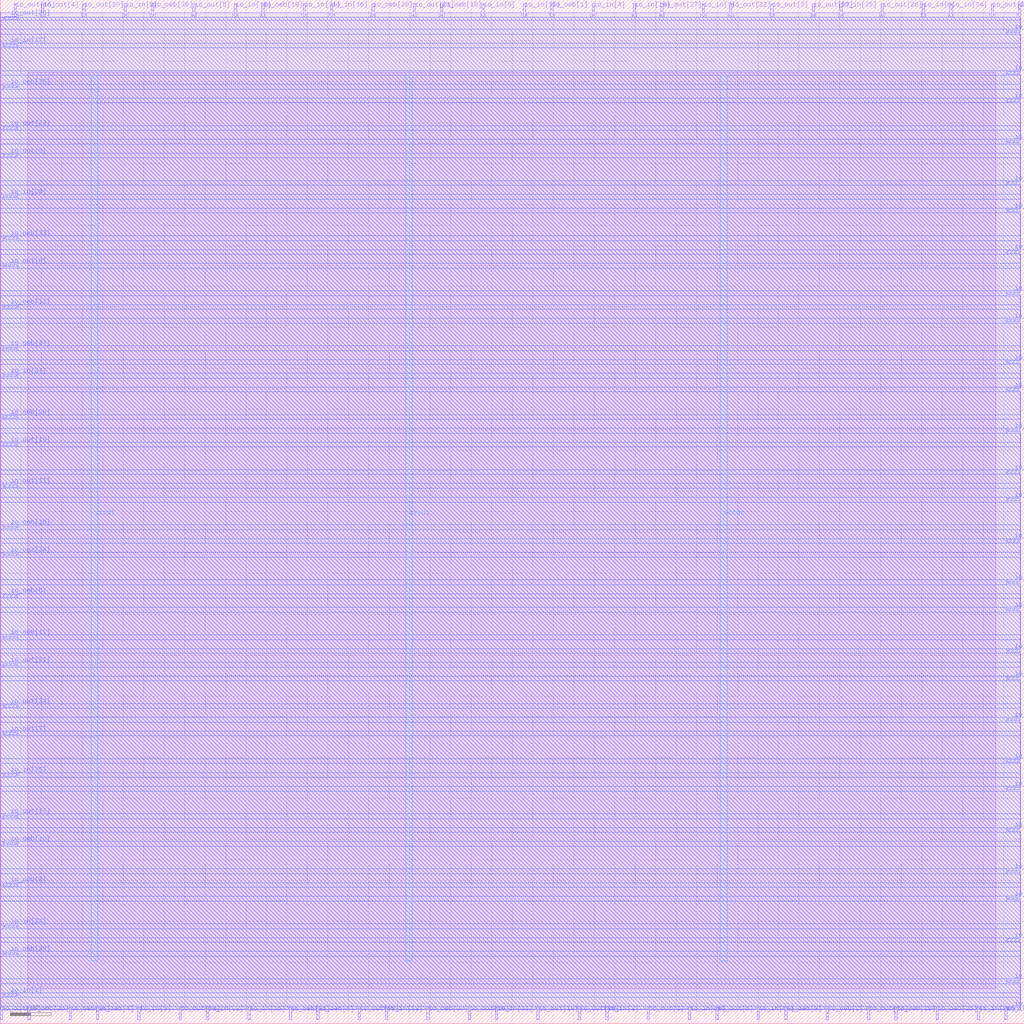
<source format=lef>
VERSION 5.7 ;
  NOWIREEXTENSIONATPIN ON ;
  DIVIDERCHAR "/" ;
  BUSBITCHARS "[]" ;
MACRO tiny_user_project
  CLASS BLOCK ;
  FOREIGN tiny_user_project ;
  ORIGIN 0.000 0.000 ;
  SIZE 250.000 BY 250.000 ;
  PIN io_in[0]
    DIRECTION INPUT ;
    USE SIGNAL ;
    PORT
      LAYER Metal2 ;
        RECT 117.600 246.000 118.160 249.000 ;
    END
  END io_in[0]
  PIN io_in[10]
    DIRECTION INPUT ;
    USE SIGNAL ;
    PORT
      LAYER Metal2 ;
        RECT 248.640 246.000 249.200 249.000 ;
    END
  END io_in[10]
  PIN io_in[11]
    DIRECTION INPUT ;
    USE SIGNAL ;
    PORT
      LAYER Metal2 ;
        RECT 120.960 1.000 121.520 4.000 ;
    END
  END io_in[11]
  PIN io_in[12]
    DIRECTION INPUT ;
    USE SIGNAL ;
    PORT
      LAYER Metal2 ;
        RECT 57.120 246.000 57.680 249.000 ;
    END
  END io_in[12]
  PIN io_in[13]
    DIRECTION INPUT ;
    USE SIGNAL ;
    PORT
      LAYER Metal2 ;
        RECT 245.280 1.000 245.840 4.000 ;
    END
  END io_in[13]
  PIN io_in[14]
    DIRECTION INPUT ;
    USE SIGNAL ;
    PORT
      LAYER Metal3 ;
        RECT 246.000 215.040 249.000 215.600 ;
    END
  END io_in[14]
  PIN io_in[15]
    DIRECTION INPUT ;
    USE SIGNAL ;
    PORT
      LAYER Metal2 ;
        RECT 184.800 1.000 185.360 4.000 ;
    END
  END io_in[15]
  PIN io_in[16]
    DIRECTION INPUT ;
    USE SIGNAL ;
    PORT
      LAYER Metal2 ;
        RECT 60.480 1.000 61.040 4.000 ;
    END
  END io_in[16]
  PIN io_in[17]
    DIRECTION INPUT ;
    USE SIGNAL ;
    PORT
      LAYER Metal3 ;
        RECT 1.000 238.560 4.000 239.120 ;
    END
  END io_in[17]
  PIN io_in[18]
    DIRECTION INPUT ;
    USE SIGNAL ;
    PORT
      LAYER Metal2 ;
        RECT 94.080 1.000 94.640 4.000 ;
    END
  END io_in[18]
  PIN io_in[19]
    DIRECTION INPUT ;
    USE SIGNAL ;
    PORT
      LAYER Metal2 ;
        RECT 154.560 246.000 155.120 249.000 ;
    END
  END io_in[19]
  PIN io_in[1]
    DIRECTION INPUT ;
    USE SIGNAL ;
    PORT
      LAYER Metal3 ;
        RECT 1.000 6.720 4.000 7.280 ;
    END
  END io_in[1]
  PIN io_in[20]
    DIRECTION INPUT ;
    USE SIGNAL ;
    PORT
      LAYER Metal2 ;
        RECT 168.000 1.000 168.560 4.000 ;
    END
  END io_in[20]
  PIN io_in[21]
    DIRECTION INPUT ;
    USE SIGNAL ;
    PORT
      LAYER Metal3 ;
        RECT 1.000 157.920 4.000 158.480 ;
    END
  END io_in[21]
  PIN io_in[22]
    DIRECTION INPUT ;
    USE SIGNAL ;
    PORT
      LAYER Metal3 ;
        RECT 246.000 100.800 249.000 101.360 ;
    END
  END io_in[22]
  PIN io_in[23]
    DIRECTION INPUT ;
    USE SIGNAL ;
    PORT
      LAYER Metal3 ;
        RECT 246.000 231.840 249.000 232.400 ;
    END
  END io_in[23]
  PIN io_in[24]
    DIRECTION INPUT ;
    USE SIGNAL ;
    PORT
      LAYER Metal3 ;
        RECT 1.000 23.520 4.000 24.080 ;
    END
  END io_in[24]
  PIN io_in[25]
    DIRECTION INPUT ;
    USE SIGNAL ;
    PORT
      LAYER Metal2 ;
        RECT 204.960 246.000 205.520 249.000 ;
    END
  END io_in[25]
  PIN io_in[26]
    DIRECTION INPUT ;
    USE SIGNAL ;
    PORT
      LAYER Metal3 ;
        RECT 1.000 201.600 4.000 202.160 ;
    END
  END io_in[26]
  PIN io_in[27]
    DIRECTION INPUT ;
    USE SIGNAL ;
    PORT
      LAYER Metal3 ;
        RECT 246.000 73.920 249.000 74.480 ;
    END
  END io_in[27]
  PIN io_in[28]
    DIRECTION INPUT ;
    USE SIGNAL ;
    PORT
      LAYER Metal3 ;
        RECT 246.000 204.960 249.000 205.520 ;
    END
  END io_in[28]
  PIN io_in[29]
    DIRECTION INPUT ;
    USE SIGNAL ;
    PORT
      LAYER Metal2 ;
        RECT 238.560 1.000 239.120 4.000 ;
    END
  END io_in[29]
  PIN io_in[2]
    DIRECTION INPUT ;
    USE SIGNAL ;
    PORT
      LAYER Metal2 ;
        RECT 147.840 1.000 148.400 4.000 ;
    END
  END io_in[2]
  PIN io_in[30]
    DIRECTION INPUT ;
    USE SIGNAL ;
    PORT
      LAYER Metal3 ;
        RECT 246.000 20.160 249.000 20.720 ;
    END
  END io_in[30]
  PIN io_in[31]
    DIRECTION INPUT ;
    USE SIGNAL ;
    PORT
      LAYER Metal2 ;
        RECT 73.920 246.000 74.480 249.000 ;
    END
  END io_in[31]
  PIN io_in[32]
    DIRECTION INPUT ;
    USE SIGNAL ;
    PORT
      LAYER Metal2 ;
        RECT 50.400 1.000 50.960 4.000 ;
    END
  END io_in[32]
  PIN io_in[33]
    DIRECTION INPUT ;
    USE SIGNAL ;
    PORT
      LAYER Metal2 ;
        RECT 127.680 246.000 128.240 249.000 ;
    END
  END io_in[33]
  PIN io_in[34]
    DIRECTION INPUT ;
    USE SIGNAL ;
    PORT
      LAYER Metal2 ;
        RECT 231.840 246.000 232.400 249.000 ;
    END
  END io_in[34]
  PIN io_in[35]
    DIRECTION INPUT ;
    USE SIGNAL ;
    PORT
      LAYER Metal3 ;
        RECT 1.000 60.480 4.000 61.040 ;
    END
  END io_in[35]
  PIN io_in[36]
    DIRECTION INPUT ;
    USE SIGNAL ;
    PORT
      LAYER Metal2 ;
        RECT 80.640 246.000 81.200 249.000 ;
    END
  END io_in[36]
  PIN io_in[37]
    DIRECTION INPUT ;
    USE SIGNAL ;
    PORT
      LAYER Metal3 ;
        RECT 246.000 225.120 249.000 225.680 ;
    END
  END io_in[37]
  PIN io_in[3]
    DIRECTION INPUT ;
    USE SIGNAL ;
    PORT
      LAYER Metal3 ;
        RECT 246.000 127.680 249.000 128.240 ;
    END
  END io_in[3]
  PIN io_in[4]
    DIRECTION INPUT ;
    USE SIGNAL ;
    PORT
      LAYER Metal2 ;
        RECT 144.480 246.000 145.040 249.000 ;
    END
  END io_in[4]
  PIN io_in[5]
    DIRECTION INPUT ;
    USE SIGNAL ;
    PORT
      LAYER Metal2 ;
        RECT 33.600 1.000 34.160 4.000 ;
    END
  END io_in[5]
  PIN io_in[6]
    DIRECTION INPUT ;
    USE SIGNAL ;
    PORT
      LAYER Metal2 ;
        RECT 225.120 246.000 225.680 249.000 ;
    END
  END io_in[6]
  PIN io_in[7]
    DIRECTION INPUT ;
    USE SIGNAL ;
    PORT
      LAYER Metal2 ;
        RECT 171.360 246.000 171.920 249.000 ;
    END
  END io_in[7]
  PIN io_in[8]
    DIRECTION INPUT ;
    USE SIGNAL ;
    PORT
      LAYER Metal2 ;
        RECT 30.240 246.000 30.800 249.000 ;
    END
  END io_in[8]
  PIN io_in[9]
    DIRECTION INPUT ;
    USE SIGNAL ;
    PORT
      LAYER Metal3 ;
        RECT 246.000 241.920 249.000 242.480 ;
    END
  END io_in[9]
  PIN io_oeb[0]
    DIRECTION OUTPUT TRISTATE ;
    USE SIGNAL ;
    PORT
      LAYER Metal2 ;
        RECT 77.280 1.000 77.840 4.000 ;
    END
  END io_oeb[0]
  PIN io_oeb[10]
    DIRECTION OUTPUT TRISTATE ;
    USE SIGNAL ;
    PORT
      LAYER Metal3 ;
        RECT 1.000 43.680 4.000 44.240 ;
    END
  END io_oeb[10]
  PIN io_oeb[11]
    DIRECTION OUTPUT TRISTATE ;
    USE SIGNAL ;
    PORT
      LAYER Metal3 ;
        RECT 246.000 171.360 249.000 171.920 ;
    END
  END io_oeb[11]
  PIN io_oeb[12]
    DIRECTION OUTPUT TRISTATE ;
    USE SIGNAL ;
    PORT
      LAYER Metal3 ;
        RECT 1.000 174.720 4.000 175.280 ;
    END
  END io_oeb[12]
  PIN io_oeb[13]
    DIRECTION OUTPUT TRISTATE ;
    USE SIGNAL ;
    PORT
      LAYER Metal3 ;
        RECT 1.000 94.080 4.000 94.640 ;
    END
  END io_oeb[13]
  PIN io_oeb[14]
    DIRECTION OUTPUT TRISTATE ;
    USE SIGNAL ;
    PORT
      LAYER Metal3 ;
        RECT 246.000 57.120 249.000 57.680 ;
    END
  END io_oeb[14]
  PIN io_oeb[15]
    DIRECTION OUTPUT TRISTATE ;
    USE SIGNAL ;
    PORT
      LAYER Metal2 ;
        RECT 218.400 1.000 218.960 4.000 ;
    END
  END io_oeb[15]
  PIN io_oeb[16]
    DIRECTION OUTPUT TRISTATE ;
    USE SIGNAL ;
    PORT
      LAYER Metal3 ;
        RECT 1.000 120.960 4.000 121.520 ;
    END
  END io_oeb[16]
  PIN io_oeb[17]
    DIRECTION OUTPUT TRISTATE ;
    USE SIGNAL ;
    PORT
      LAYER Metal3 ;
        RECT 246.000 134.400 249.000 134.960 ;
    END
  END io_oeb[17]
  PIN io_oeb[18]
    DIRECTION OUTPUT TRISTATE ;
    USE SIGNAL ;
    PORT
      LAYER Metal2 ;
        RECT 107.520 246.000 108.080 249.000 ;
    END
  END io_oeb[18]
  PIN io_oeb[19]
    DIRECTION OUTPUT TRISTATE ;
    USE SIGNAL ;
    PORT
      LAYER Metal2 ;
        RECT 63.840 246.000 64.400 249.000 ;
    END
  END io_oeb[19]
  PIN io_oeb[1]
    DIRECTION OUTPUT TRISTATE ;
    USE SIGNAL ;
    PORT
      LAYER Metal2 ;
        RECT 134.400 246.000 134.960 249.000 ;
    END
  END io_oeb[1]
  PIN io_oeb[20]
    DIRECTION OUTPUT TRISTATE ;
    USE SIGNAL ;
    PORT
      LAYER Metal2 ;
        RECT 90.720 246.000 91.280 249.000 ;
    END
  END io_oeb[20]
  PIN io_oeb[21]
    DIRECTION OUTPUT TRISTATE ;
    USE SIGNAL ;
    PORT
      LAYER Metal2 ;
        RECT 70.560 1.000 71.120 4.000 ;
    END
  END io_oeb[21]
  PIN io_oeb[22]
    DIRECTION OUTPUT TRISTATE ;
    USE SIGNAL ;
    PORT
      LAYER Metal3 ;
        RECT 246.000 63.840 249.000 64.400 ;
    END
  END io_oeb[22]
  PIN io_oeb[23]
    DIRECTION OUTPUT TRISTATE ;
    USE SIGNAL ;
    PORT
      LAYER Metal3 ;
        RECT 246.000 30.240 249.000 30.800 ;
    END
  END io_oeb[23]
  PIN io_oeb[24]
    DIRECTION OUTPUT TRISTATE ;
    USE SIGNAL ;
    PORT
      LAYER Metal3 ;
        RECT 246.000 161.280 249.000 161.840 ;
    END
  END io_oeb[24]
  PIN io_oeb[25]
    DIRECTION OUTPUT TRISTATE ;
    USE SIGNAL ;
    PORT
      LAYER Metal2 ;
        RECT 16.800 1.000 17.360 4.000 ;
    END
  END io_oeb[25]
  PIN io_oeb[26]
    DIRECTION OUTPUT TRISTATE ;
    USE SIGNAL ;
    PORT
      LAYER Metal2 ;
        RECT 228.480 1.000 229.040 4.000 ;
    END
  END io_oeb[26]
  PIN io_oeb[27]
    DIRECTION OUTPUT TRISTATE ;
    USE SIGNAL ;
    PORT
      LAYER Metal3 ;
        RECT 246.000 47.040 249.000 47.600 ;
    END
  END io_oeb[27]
  PIN io_oeb[28]
    DIRECTION OUTPUT TRISTATE ;
    USE SIGNAL ;
    PORT
      LAYER Metal3 ;
        RECT 1.000 147.840 4.000 148.400 ;
    END
  END io_oeb[28]
  PIN io_oeb[29]
    DIRECTION OUTPUT TRISTATE ;
    USE SIGNAL ;
    PORT
      LAYER Metal3 ;
        RECT 1.000 16.800 4.000 17.360 ;
    END
  END io_oeb[29]
  PIN io_oeb[2]
    DIRECTION OUTPUT TRISTATE ;
    USE SIGNAL ;
    PORT
      LAYER Metal2 ;
        RECT 201.600 1.000 202.160 4.000 ;
    END
  END io_oeb[2]
  PIN io_oeb[30]
    DIRECTION OUTPUT TRISTATE ;
    USE SIGNAL ;
    PORT
      LAYER Metal2 ;
        RECT 104.160 1.000 104.720 4.000 ;
    END
  END io_oeb[30]
  PIN io_oeb[31]
    DIRECTION OUTPUT TRISTATE ;
    USE SIGNAL ;
    PORT
      LAYER Metal3 ;
        RECT 246.000 84.000 249.000 84.560 ;
    END
  END io_oeb[31]
  PIN io_oeb[32]
    DIRECTION OUTPUT TRISTATE ;
    USE SIGNAL ;
    PORT
      LAYER Metal3 ;
        RECT 246.000 188.160 249.000 188.720 ;
    END
  END io_oeb[32]
  PIN io_oeb[33]
    DIRECTION OUTPUT TRISTATE ;
    USE SIGNAL ;
    PORT
      LAYER Metal3 ;
        RECT 1.000 191.520 4.000 192.080 ;
    END
  END io_oeb[33]
  PIN io_oeb[34]
    DIRECTION OUTPUT TRISTATE ;
    USE SIGNAL ;
    PORT
      LAYER Metal3 ;
        RECT 246.000 10.080 249.000 10.640 ;
    END
  END io_oeb[34]
  PIN io_oeb[35]
    DIRECTION OUTPUT TRISTATE ;
    USE SIGNAL ;
    PORT
      LAYER Metal3 ;
        RECT 1.000 228.480 4.000 229.040 ;
    END
  END io_oeb[35]
  PIN io_oeb[36]
    DIRECTION OUTPUT TRISTATE ;
    USE SIGNAL ;
    PORT
      LAYER Metal2 ;
        RECT 36.960 246.000 37.520 249.000 ;
    END
  END io_oeb[36]
  PIN io_oeb[37]
    DIRECTION OUTPUT TRISTATE ;
    USE SIGNAL ;
    PORT
      LAYER Metal3 ;
        RECT 1.000 164.640 4.000 165.200 ;
    END
  END io_oeb[37]
  PIN io_oeb[3]
    DIRECTION OUTPUT TRISTATE ;
    USE SIGNAL ;
    PORT
      LAYER Metal3 ;
        RECT 1.000 33.600 4.000 34.160 ;
    END
  END io_oeb[3]
  PIN io_oeb[4]
    DIRECTION OUTPUT TRISTATE ;
    USE SIGNAL ;
    PORT
      LAYER Metal2 ;
        RECT 23.520 1.000 24.080 4.000 ;
    END
  END io_oeb[4]
  PIN io_oeb[5]
    DIRECTION OUTPUT TRISTATE ;
    USE SIGNAL ;
    PORT
      LAYER Metal3 ;
        RECT 1.000 104.160 4.000 104.720 ;
    END
  END io_oeb[5]
  PIN io_oeb[6]
    DIRECTION OUTPUT TRISTATE ;
    USE SIGNAL ;
    PORT
      LAYER Metal3 ;
        RECT 246.000 3.360 249.000 3.920 ;
    END
  END io_oeb[6]
  PIN io_oeb[7]
    DIRECTION OUTPUT TRISTATE ;
    USE SIGNAL ;
    PORT
      LAYER Metal3 ;
        RECT 246.000 144.480 249.000 145.040 ;
    END
  END io_oeb[7]
  PIN io_oeb[8]
    DIRECTION OUTPUT TRISTATE ;
    USE SIGNAL ;
    PORT
      LAYER Metal3 ;
        RECT 246.000 90.720 249.000 91.280 ;
    END
  END io_oeb[8]
  PIN io_oeb[9]
    DIRECTION OUTPUT TRISTATE ;
    USE SIGNAL ;
    PORT
      LAYER Metal2 ;
        RECT 191.520 1.000 192.080 4.000 ;
    END
  END io_oeb[9]
  PIN io_out[0]
    DIRECTION OUTPUT TRISTATE ;
    USE SIGNAL ;
    PORT
      LAYER Metal3 ;
        RECT 1.000 184.800 4.000 185.360 ;
    END
  END io_out[0]
  PIN io_out[10]
    DIRECTION OUTPUT TRISTATE ;
    USE SIGNAL ;
    PORT
      LAYER Metal3 ;
        RECT 1.000 141.120 4.000 141.680 ;
    END
  END io_out[10]
  PIN io_out[11]
    DIRECTION OUTPUT TRISTATE ;
    USE SIGNAL ;
    PORT
      LAYER Metal3 ;
        RECT 1.000 131.040 4.000 131.600 ;
    END
  END io_out[11]
  PIN io_out[12]
    DIRECTION OUTPUT TRISTATE ;
    USE SIGNAL ;
    PORT
      LAYER Metal3 ;
        RECT 246.000 107.520 249.000 108.080 ;
    END
  END io_out[12]
  PIN io_out[13]
    DIRECTION OUTPUT TRISTATE ;
    USE SIGNAL ;
    PORT
      LAYER Metal3 ;
        RECT 246.000 178.080 249.000 178.640 ;
    END
  END io_out[13]
  PIN io_out[14]
    DIRECTION OUTPUT TRISTATE ;
    USE SIGNAL ;
    PORT
      LAYER Metal2 ;
        RECT 211.680 1.000 212.240 4.000 ;
    END
  END io_out[14]
  PIN io_out[15]
    DIRECTION OUTPUT TRISTATE ;
    USE SIGNAL ;
    PORT
      LAYER Metal3 ;
        RECT 246.000 198.240 249.000 198.800 ;
    END
  END io_out[15]
  PIN io_out[16]
    DIRECTION OUTPUT TRISTATE ;
    USE SIGNAL ;
    PORT
      LAYER Metal2 ;
        RECT 3.360 246.000 3.920 249.000 ;
    END
  END io_out[16]
  PIN io_out[17]
    DIRECTION OUTPUT TRISTATE ;
    USE SIGNAL ;
    PORT
      LAYER Metal3 ;
        RECT 1.000 50.400 4.000 50.960 ;
    END
  END io_out[17]
  PIN io_out[18]
    DIRECTION OUTPUT TRISTATE ;
    USE SIGNAL ;
    PORT
      LAYER Metal2 ;
        RECT 131.040 1.000 131.600 4.000 ;
    END
  END io_out[18]
  PIN io_out[19]
    DIRECTION OUTPUT TRISTATE ;
    USE SIGNAL ;
    PORT
      LAYER Metal2 ;
        RECT 0.000 1.000 0.560 4.000 ;
    END
  END io_out[19]
  PIN io_out[1]
    DIRECTION OUTPUT TRISTATE ;
    USE SIGNAL ;
    PORT
      LAYER Metal2 ;
        RECT 157.920 1.000 158.480 4.000 ;
    END
  END io_out[1]
  PIN io_out[20]
    DIRECTION OUTPUT TRISTATE ;
    USE SIGNAL ;
    PORT
      LAYER Metal2 ;
        RECT 20.160 246.000 20.720 249.000 ;
    END
  END io_out[20]
  PIN io_out[21]
    DIRECTION OUTPUT TRISTATE ;
    USE SIGNAL ;
    PORT
      LAYER Metal2 ;
        RECT 100.800 246.000 101.360 249.000 ;
    END
  END io_out[21]
  PIN io_out[22]
    DIRECTION OUTPUT TRISTATE ;
    USE SIGNAL ;
    PORT
      LAYER Metal2 ;
        RECT 178.080 246.000 178.640 249.000 ;
    END
  END io_out[22]
  PIN io_out[23]
    DIRECTION OUTPUT TRISTATE ;
    USE SIGNAL ;
    PORT
      LAYER Metal3 ;
        RECT 1.000 218.400 4.000 218.960 ;
    END
  END io_out[23]
  PIN io_out[24]
    DIRECTION OUTPUT TRISTATE ;
    USE SIGNAL ;
    PORT
      LAYER Metal3 ;
        RECT 1.000 114.240 4.000 114.800 ;
    END
  END io_out[24]
  PIN io_out[25]
    DIRECTION OUTPUT TRISTATE ;
    USE SIGNAL ;
    PORT
      LAYER Metal2 ;
        RECT 6.720 1.000 7.280 4.000 ;
    END
  END io_out[25]
  PIN io_out[26]
    DIRECTION OUTPUT TRISTATE ;
    USE SIGNAL ;
    PORT
      LAYER Metal2 ;
        RECT 215.040 246.000 215.600 249.000 ;
    END
  END io_out[26]
  PIN io_out[27]
    DIRECTION OUTPUT TRISTATE ;
    USE SIGNAL ;
    PORT
      LAYER Metal2 ;
        RECT 161.280 246.000 161.840 249.000 ;
    END
  END io_out[27]
  PIN io_out[28]
    DIRECTION OUTPUT TRISTATE ;
    USE SIGNAL ;
    PORT
      LAYER Metal2 ;
        RECT 114.240 1.000 114.800 4.000 ;
    END
  END io_out[28]
  PIN io_out[29]
    DIRECTION OUTPUT TRISTATE ;
    USE SIGNAL ;
    PORT
      LAYER Metal2 ;
        RECT 241.920 246.000 242.480 249.000 ;
    END
  END io_out[29]
  PIN io_out[2]
    DIRECTION OUTPUT TRISTATE ;
    USE SIGNAL ;
    PORT
      LAYER Metal3 ;
        RECT 246.000 36.960 249.000 37.520 ;
    END
  END io_out[2]
  PIN io_out[30]
    DIRECTION OUTPUT TRISTATE ;
    USE SIGNAL ;
    PORT
      LAYER Metal3 ;
        RECT 1.000 245.280 4.000 245.840 ;
    END
  END io_out[30]
  PIN io_out[31]
    DIRECTION OUTPUT TRISTATE ;
    USE SIGNAL ;
    PORT
      LAYER Metal3 ;
        RECT 1.000 87.360 4.000 87.920 ;
    END
  END io_out[31]
  PIN io_out[32]
    DIRECTION OUTPUT TRISTATE ;
    USE SIGNAL ;
    PORT
      LAYER Metal2 ;
        RECT 43.680 1.000 44.240 4.000 ;
    END
  END io_out[32]
  PIN io_out[33]
    DIRECTION OUTPUT TRISTATE ;
    USE SIGNAL ;
    PORT
      LAYER Metal2 ;
        RECT 87.360 1.000 87.920 4.000 ;
    END
  END io_out[33]
  PIN io_out[34]
    DIRECTION OUTPUT TRISTATE ;
    USE SIGNAL ;
    PORT
      LAYER Metal3 ;
        RECT 1.000 77.280 4.000 77.840 ;
    END
  END io_out[34]
  PIN io_out[35]
    DIRECTION OUTPUT TRISTATE ;
    USE SIGNAL ;
    PORT
      LAYER Metal3 ;
        RECT 246.000 154.560 249.000 155.120 ;
    END
  END io_out[35]
  PIN io_out[36]
    DIRECTION OUTPUT TRISTATE ;
    USE SIGNAL ;
    PORT
      LAYER Metal2 ;
        RECT 141.120 1.000 141.680 4.000 ;
    END
  END io_out[36]
  PIN io_out[37]
    DIRECTION OUTPUT TRISTATE ;
    USE SIGNAL ;
    PORT
      LAYER Metal2 ;
        RECT 198.240 246.000 198.800 249.000 ;
    END
  END io_out[37]
  PIN io_out[3]
    DIRECTION OUTPUT TRISTATE ;
    USE SIGNAL ;
    PORT
      LAYER Metal2 ;
        RECT 188.160 246.000 188.720 249.000 ;
    END
  END io_out[3]
  PIN io_out[4]
    DIRECTION OUTPUT TRISTATE ;
    USE SIGNAL ;
    PORT
      LAYER Metal2 ;
        RECT 10.080 246.000 10.640 249.000 ;
    END
  END io_out[4]
  PIN io_out[5]
    DIRECTION OUTPUT TRISTATE ;
    USE SIGNAL ;
    PORT
      LAYER Metal2 ;
        RECT 47.040 246.000 47.600 249.000 ;
    END
  END io_out[5]
  PIN io_out[6]
    DIRECTION OUTPUT TRISTATE ;
    USE SIGNAL ;
    PORT
      LAYER Metal2 ;
        RECT 174.720 1.000 175.280 4.000 ;
    END
  END io_out[6]
  PIN io_out[7]
    DIRECTION OUTPUT TRISTATE ;
    USE SIGNAL ;
    PORT
      LAYER Metal3 ;
        RECT 1.000 70.560 4.000 71.120 ;
    END
  END io_out[7]
  PIN io_out[8]
    DIRECTION OUTPUT TRISTATE ;
    USE SIGNAL ;
    PORT
      LAYER Metal3 ;
        RECT 1.000 211.680 4.000 212.240 ;
    END
  END io_out[8]
  PIN io_out[9]
    DIRECTION OUTPUT TRISTATE ;
    USE SIGNAL ;
    PORT
      LAYER Metal3 ;
        RECT 246.000 117.600 249.000 118.160 ;
    END
  END io_out[9]
  PIN vccd1
    DIRECTION INOUT ;
    USE POWER ;
    PORT
      LAYER Metal4 ;
        RECT 22.240 15.380 23.840 231.580 ;
    END
    PORT
      LAYER Metal4 ;
        RECT 175.840 15.380 177.440 231.580 ;
    END
  END vccd1
  PIN vssd1
    DIRECTION INOUT ;
    USE GROUND ;
    PORT
      LAYER Metal4 ;
        RECT 99.040 15.380 100.640 231.580 ;
    END
  END vssd1
  OBS
      LAYER Metal1 ;
        RECT 6.720 8.550 243.040 232.250 ;
      LAYER Metal2 ;
        RECT 0.140 245.700 3.060 246.820 ;
        RECT 4.220 245.700 9.780 246.820 ;
        RECT 10.940 245.700 19.860 246.820 ;
        RECT 21.020 245.700 29.940 246.820 ;
        RECT 31.100 245.700 36.660 246.820 ;
        RECT 37.820 245.700 46.740 246.820 ;
        RECT 47.900 245.700 56.820 246.820 ;
        RECT 57.980 245.700 63.540 246.820 ;
        RECT 64.700 245.700 73.620 246.820 ;
        RECT 74.780 245.700 80.340 246.820 ;
        RECT 81.500 245.700 90.420 246.820 ;
        RECT 91.580 245.700 100.500 246.820 ;
        RECT 101.660 245.700 107.220 246.820 ;
        RECT 108.380 245.700 117.300 246.820 ;
        RECT 118.460 245.700 127.380 246.820 ;
        RECT 128.540 245.700 134.100 246.820 ;
        RECT 135.260 245.700 144.180 246.820 ;
        RECT 145.340 245.700 154.260 246.820 ;
        RECT 155.420 245.700 160.980 246.820 ;
        RECT 162.140 245.700 171.060 246.820 ;
        RECT 172.220 245.700 177.780 246.820 ;
        RECT 178.940 245.700 187.860 246.820 ;
        RECT 189.020 245.700 197.940 246.820 ;
        RECT 199.100 245.700 204.660 246.820 ;
        RECT 205.820 245.700 214.740 246.820 ;
        RECT 215.900 245.700 224.820 246.820 ;
        RECT 225.980 245.700 231.540 246.820 ;
        RECT 232.700 245.700 241.620 246.820 ;
        RECT 242.780 245.700 248.340 246.820 ;
        RECT 0.140 4.300 249.060 245.700 ;
        RECT 0.860 3.450 6.420 4.300 ;
        RECT 7.580 3.450 16.500 4.300 ;
        RECT 17.660 3.450 23.220 4.300 ;
        RECT 24.380 3.450 33.300 4.300 ;
        RECT 34.460 3.450 43.380 4.300 ;
        RECT 44.540 3.450 50.100 4.300 ;
        RECT 51.260 3.450 60.180 4.300 ;
        RECT 61.340 3.450 70.260 4.300 ;
        RECT 71.420 3.450 76.980 4.300 ;
        RECT 78.140 3.450 87.060 4.300 ;
        RECT 88.220 3.450 93.780 4.300 ;
        RECT 94.940 3.450 103.860 4.300 ;
        RECT 105.020 3.450 113.940 4.300 ;
        RECT 115.100 3.450 120.660 4.300 ;
        RECT 121.820 3.450 130.740 4.300 ;
        RECT 131.900 3.450 140.820 4.300 ;
        RECT 141.980 3.450 147.540 4.300 ;
        RECT 148.700 3.450 157.620 4.300 ;
        RECT 158.780 3.450 167.700 4.300 ;
        RECT 168.860 3.450 174.420 4.300 ;
        RECT 175.580 3.450 184.500 4.300 ;
        RECT 185.660 3.450 191.220 4.300 ;
        RECT 192.380 3.450 201.300 4.300 ;
        RECT 202.460 3.450 211.380 4.300 ;
        RECT 212.540 3.450 218.100 4.300 ;
        RECT 219.260 3.450 228.180 4.300 ;
        RECT 229.340 3.450 238.260 4.300 ;
        RECT 239.420 3.450 244.980 4.300 ;
        RECT 246.140 3.450 249.060 4.300 ;
      LAYER Metal3 ;
        RECT 0.090 244.980 0.700 245.700 ;
        RECT 4.300 244.980 249.110 245.700 ;
        RECT 0.090 242.780 249.110 244.980 ;
        RECT 0.090 241.620 245.700 242.780 ;
        RECT 0.090 239.420 249.110 241.620 ;
        RECT 0.090 238.260 0.700 239.420 ;
        RECT 4.300 238.260 249.110 239.420 ;
        RECT 0.090 232.700 249.110 238.260 ;
        RECT 0.090 231.540 245.700 232.700 ;
        RECT 0.090 229.340 249.110 231.540 ;
        RECT 0.090 228.180 0.700 229.340 ;
        RECT 4.300 228.180 249.110 229.340 ;
        RECT 0.090 225.980 249.110 228.180 ;
        RECT 0.090 224.820 245.700 225.980 ;
        RECT 0.090 219.260 249.110 224.820 ;
        RECT 0.090 218.100 0.700 219.260 ;
        RECT 4.300 218.100 249.110 219.260 ;
        RECT 0.090 215.900 249.110 218.100 ;
        RECT 0.090 214.740 245.700 215.900 ;
        RECT 0.090 212.540 249.110 214.740 ;
        RECT 0.090 211.380 0.700 212.540 ;
        RECT 4.300 211.380 249.110 212.540 ;
        RECT 0.090 205.820 249.110 211.380 ;
        RECT 0.090 204.660 245.700 205.820 ;
        RECT 0.090 202.460 249.110 204.660 ;
        RECT 0.090 201.300 0.700 202.460 ;
        RECT 4.300 201.300 249.110 202.460 ;
        RECT 0.090 199.100 249.110 201.300 ;
        RECT 0.090 197.940 245.700 199.100 ;
        RECT 0.090 192.380 249.110 197.940 ;
        RECT 0.090 191.220 0.700 192.380 ;
        RECT 4.300 191.220 249.110 192.380 ;
        RECT 0.090 189.020 249.110 191.220 ;
        RECT 0.090 187.860 245.700 189.020 ;
        RECT 0.090 185.660 249.110 187.860 ;
        RECT 0.090 184.500 0.700 185.660 ;
        RECT 4.300 184.500 249.110 185.660 ;
        RECT 0.090 178.940 249.110 184.500 ;
        RECT 0.090 177.780 245.700 178.940 ;
        RECT 0.090 175.580 249.110 177.780 ;
        RECT 0.090 174.420 0.700 175.580 ;
        RECT 4.300 174.420 249.110 175.580 ;
        RECT 0.090 172.220 249.110 174.420 ;
        RECT 0.090 171.060 245.700 172.220 ;
        RECT 0.090 165.500 249.110 171.060 ;
        RECT 0.090 164.340 0.700 165.500 ;
        RECT 4.300 164.340 249.110 165.500 ;
        RECT 0.090 162.140 249.110 164.340 ;
        RECT 0.090 160.980 245.700 162.140 ;
        RECT 0.090 158.780 249.110 160.980 ;
        RECT 0.090 157.620 0.700 158.780 ;
        RECT 4.300 157.620 249.110 158.780 ;
        RECT 0.090 155.420 249.110 157.620 ;
        RECT 0.090 154.260 245.700 155.420 ;
        RECT 0.090 148.700 249.110 154.260 ;
        RECT 0.090 147.540 0.700 148.700 ;
        RECT 4.300 147.540 249.110 148.700 ;
        RECT 0.090 145.340 249.110 147.540 ;
        RECT 0.090 144.180 245.700 145.340 ;
        RECT 0.090 141.980 249.110 144.180 ;
        RECT 0.090 140.820 0.700 141.980 ;
        RECT 4.300 140.820 249.110 141.980 ;
        RECT 0.090 135.260 249.110 140.820 ;
        RECT 0.090 134.100 245.700 135.260 ;
        RECT 0.090 131.900 249.110 134.100 ;
        RECT 0.090 130.740 0.700 131.900 ;
        RECT 4.300 130.740 249.110 131.900 ;
        RECT 0.090 128.540 249.110 130.740 ;
        RECT 0.090 127.380 245.700 128.540 ;
        RECT 0.090 121.820 249.110 127.380 ;
        RECT 0.090 120.660 0.700 121.820 ;
        RECT 4.300 120.660 249.110 121.820 ;
        RECT 0.090 118.460 249.110 120.660 ;
        RECT 0.090 117.300 245.700 118.460 ;
        RECT 0.090 115.100 249.110 117.300 ;
        RECT 0.090 113.940 0.700 115.100 ;
        RECT 4.300 113.940 249.110 115.100 ;
        RECT 0.090 108.380 249.110 113.940 ;
        RECT 0.090 107.220 245.700 108.380 ;
        RECT 0.090 105.020 249.110 107.220 ;
        RECT 0.090 103.860 0.700 105.020 ;
        RECT 4.300 103.860 249.110 105.020 ;
        RECT 0.090 101.660 249.110 103.860 ;
        RECT 0.090 100.500 245.700 101.660 ;
        RECT 0.090 94.940 249.110 100.500 ;
        RECT 0.090 93.780 0.700 94.940 ;
        RECT 4.300 93.780 249.110 94.940 ;
        RECT 0.090 91.580 249.110 93.780 ;
        RECT 0.090 90.420 245.700 91.580 ;
        RECT 0.090 88.220 249.110 90.420 ;
        RECT 0.090 87.060 0.700 88.220 ;
        RECT 4.300 87.060 249.110 88.220 ;
        RECT 0.090 84.860 249.110 87.060 ;
        RECT 0.090 83.700 245.700 84.860 ;
        RECT 0.090 78.140 249.110 83.700 ;
        RECT 0.090 76.980 0.700 78.140 ;
        RECT 4.300 76.980 249.110 78.140 ;
        RECT 0.090 74.780 249.110 76.980 ;
        RECT 0.090 73.620 245.700 74.780 ;
        RECT 0.090 71.420 249.110 73.620 ;
        RECT 0.090 70.260 0.700 71.420 ;
        RECT 4.300 70.260 249.110 71.420 ;
        RECT 0.090 64.700 249.110 70.260 ;
        RECT 0.090 63.540 245.700 64.700 ;
        RECT 0.090 61.340 249.110 63.540 ;
        RECT 0.090 60.180 0.700 61.340 ;
        RECT 4.300 60.180 249.110 61.340 ;
        RECT 0.090 57.980 249.110 60.180 ;
        RECT 0.090 56.820 245.700 57.980 ;
        RECT 0.090 51.260 249.110 56.820 ;
        RECT 0.090 50.100 0.700 51.260 ;
        RECT 4.300 50.100 249.110 51.260 ;
        RECT 0.090 47.900 249.110 50.100 ;
        RECT 0.090 46.740 245.700 47.900 ;
        RECT 0.090 44.540 249.110 46.740 ;
        RECT 0.090 43.380 0.700 44.540 ;
        RECT 4.300 43.380 249.110 44.540 ;
        RECT 0.090 37.820 249.110 43.380 ;
        RECT 0.090 36.660 245.700 37.820 ;
        RECT 0.090 34.460 249.110 36.660 ;
        RECT 0.090 33.300 0.700 34.460 ;
        RECT 4.300 33.300 249.110 34.460 ;
        RECT 0.090 31.100 249.110 33.300 ;
        RECT 0.090 29.940 245.700 31.100 ;
        RECT 0.090 24.380 249.110 29.940 ;
        RECT 0.090 23.220 0.700 24.380 ;
        RECT 4.300 23.220 249.110 24.380 ;
        RECT 0.090 21.020 249.110 23.220 ;
        RECT 0.090 19.860 245.700 21.020 ;
        RECT 0.090 17.660 249.110 19.860 ;
        RECT 0.090 16.500 0.700 17.660 ;
        RECT 4.300 16.500 249.110 17.660 ;
        RECT 0.090 10.940 249.110 16.500 ;
        RECT 0.090 9.780 245.700 10.940 ;
        RECT 0.090 7.580 249.110 9.780 ;
        RECT 0.090 6.420 0.700 7.580 ;
        RECT 4.300 6.420 249.110 7.580 ;
        RECT 0.090 4.220 249.110 6.420 ;
        RECT 0.090 3.500 245.700 4.220 ;
  END
END tiny_user_project
END LIBRARY


</source>
